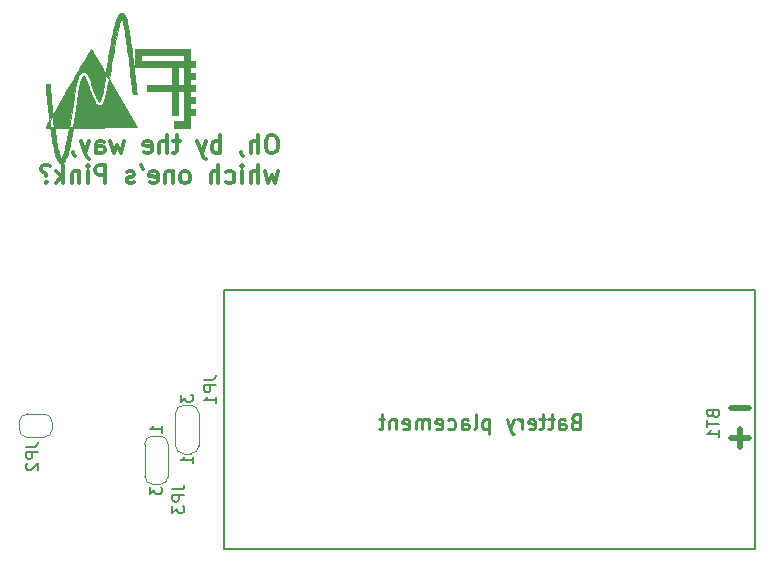
<source format=gbo>
G04 #@! TF.GenerationSoftware,KiCad,Pcbnew,5.0.2-bee76a0~70~ubuntu16.04.1*
G04 #@! TF.CreationDate,2019-09-22T20:04:43+02:00*
G04 #@! TF.ProjectId,fiscal,66697363-616c-42e6-9b69-6361645f7063,v01*
G04 #@! TF.SameCoordinates,Original*
G04 #@! TF.FileFunction,Legend,Bot*
G04 #@! TF.FilePolarity,Positive*
%FSLAX46Y46*%
G04 Gerber Fmt 4.6, Leading zero omitted, Abs format (unit mm)*
G04 Created by KiCad (PCBNEW 5.0.2-bee76a0~70~ubuntu16.04.1) date dom 22 sep 2019 20:04:43 CEST*
%MOMM*%
%LPD*%
G01*
G04 APERTURE LIST*
%ADD10C,0.300000*%
%ADD11C,0.254000*%
%ADD12C,0.200000*%
%ADD13C,0.120000*%
%ADD14C,0.010000*%
%ADD15C,0.150000*%
%ADD16C,0.500000*%
G04 APERTURE END LIST*
D10*
X163309642Y-76262571D02*
X163023928Y-76262571D01*
X162881071Y-76334000D01*
X162738214Y-76476857D01*
X162666785Y-76762571D01*
X162666785Y-77262571D01*
X162738214Y-77548285D01*
X162881071Y-77691142D01*
X163023928Y-77762571D01*
X163309642Y-77762571D01*
X163452500Y-77691142D01*
X163595357Y-77548285D01*
X163666785Y-77262571D01*
X163666785Y-76762571D01*
X163595357Y-76476857D01*
X163452500Y-76334000D01*
X163309642Y-76262571D01*
X162023928Y-77762571D02*
X162023928Y-76262571D01*
X161381071Y-77762571D02*
X161381071Y-76976857D01*
X161452500Y-76834000D01*
X161595357Y-76762571D01*
X161809642Y-76762571D01*
X161952500Y-76834000D01*
X162023928Y-76905428D01*
X160595357Y-77691142D02*
X160595357Y-77762571D01*
X160666785Y-77905428D01*
X160738214Y-77976857D01*
X158809642Y-77762571D02*
X158809642Y-76262571D01*
X158809642Y-76834000D02*
X158666785Y-76762571D01*
X158381071Y-76762571D01*
X158238214Y-76834000D01*
X158166785Y-76905428D01*
X158095357Y-77048285D01*
X158095357Y-77476857D01*
X158166785Y-77619714D01*
X158238214Y-77691142D01*
X158381071Y-77762571D01*
X158666785Y-77762571D01*
X158809642Y-77691142D01*
X157595357Y-76762571D02*
X157238214Y-77762571D01*
X156881071Y-76762571D02*
X157238214Y-77762571D01*
X157381071Y-78119714D01*
X157452500Y-78191142D01*
X157595357Y-78262571D01*
X155381071Y-76762571D02*
X154809642Y-76762571D01*
X155166785Y-76262571D02*
X155166785Y-77548285D01*
X155095357Y-77691142D01*
X154952500Y-77762571D01*
X154809642Y-77762571D01*
X154309642Y-77762571D02*
X154309642Y-76262571D01*
X153666785Y-77762571D02*
X153666785Y-76976857D01*
X153738214Y-76834000D01*
X153881071Y-76762571D01*
X154095357Y-76762571D01*
X154238214Y-76834000D01*
X154309642Y-76905428D01*
X152381071Y-77691142D02*
X152523928Y-77762571D01*
X152809642Y-77762571D01*
X152952500Y-77691142D01*
X153023928Y-77548285D01*
X153023928Y-76976857D01*
X152952500Y-76834000D01*
X152809642Y-76762571D01*
X152523928Y-76762571D01*
X152381071Y-76834000D01*
X152309642Y-76976857D01*
X152309642Y-77119714D01*
X153023928Y-77262571D01*
X150666785Y-76762571D02*
X150381071Y-77762571D01*
X150095357Y-77048285D01*
X149809642Y-77762571D01*
X149523928Y-76762571D01*
X148309642Y-77762571D02*
X148309642Y-76976857D01*
X148381071Y-76834000D01*
X148523928Y-76762571D01*
X148809642Y-76762571D01*
X148952500Y-76834000D01*
X148309642Y-77691142D02*
X148452500Y-77762571D01*
X148809642Y-77762571D01*
X148952500Y-77691142D01*
X149023928Y-77548285D01*
X149023928Y-77405428D01*
X148952500Y-77262571D01*
X148809642Y-77191142D01*
X148452500Y-77191142D01*
X148309642Y-77119714D01*
X147738214Y-76762571D02*
X147381071Y-77762571D01*
X147023928Y-76762571D02*
X147381071Y-77762571D01*
X147523928Y-78119714D01*
X147595357Y-78191142D01*
X147738214Y-78262571D01*
X146381071Y-77691142D02*
X146381071Y-77762571D01*
X146452500Y-77905428D01*
X146523928Y-77976857D01*
X163738214Y-79312571D02*
X163452500Y-80312571D01*
X163166785Y-79598285D01*
X162881071Y-80312571D01*
X162595357Y-79312571D01*
X162023928Y-80312571D02*
X162023928Y-78812571D01*
X161381071Y-80312571D02*
X161381071Y-79526857D01*
X161452500Y-79384000D01*
X161595357Y-79312571D01*
X161809642Y-79312571D01*
X161952500Y-79384000D01*
X162023928Y-79455428D01*
X160666785Y-80312571D02*
X160666785Y-79312571D01*
X160666785Y-78812571D02*
X160738214Y-78884000D01*
X160666785Y-78955428D01*
X160595357Y-78884000D01*
X160666785Y-78812571D01*
X160666785Y-78955428D01*
X159309642Y-80241142D02*
X159452500Y-80312571D01*
X159738214Y-80312571D01*
X159881071Y-80241142D01*
X159952500Y-80169714D01*
X160023928Y-80026857D01*
X160023928Y-79598285D01*
X159952500Y-79455428D01*
X159881071Y-79384000D01*
X159738214Y-79312571D01*
X159452500Y-79312571D01*
X159309642Y-79384000D01*
X158666785Y-80312571D02*
X158666785Y-78812571D01*
X158023928Y-80312571D02*
X158023928Y-79526857D01*
X158095357Y-79384000D01*
X158238214Y-79312571D01*
X158452500Y-79312571D01*
X158595357Y-79384000D01*
X158666785Y-79455428D01*
X155952500Y-80312571D02*
X156095357Y-80241142D01*
X156166785Y-80169714D01*
X156238214Y-80026857D01*
X156238214Y-79598285D01*
X156166785Y-79455428D01*
X156095357Y-79384000D01*
X155952500Y-79312571D01*
X155738214Y-79312571D01*
X155595357Y-79384000D01*
X155523928Y-79455428D01*
X155452500Y-79598285D01*
X155452500Y-80026857D01*
X155523928Y-80169714D01*
X155595357Y-80241142D01*
X155738214Y-80312571D01*
X155952500Y-80312571D01*
X154809642Y-79312571D02*
X154809642Y-80312571D01*
X154809642Y-79455428D02*
X154738214Y-79384000D01*
X154595357Y-79312571D01*
X154381071Y-79312571D01*
X154238214Y-79384000D01*
X154166785Y-79526857D01*
X154166785Y-80312571D01*
X152881071Y-80241142D02*
X153023928Y-80312571D01*
X153309642Y-80312571D01*
X153452500Y-80241142D01*
X153523928Y-80098285D01*
X153523928Y-79526857D01*
X153452500Y-79384000D01*
X153309642Y-79312571D01*
X153023928Y-79312571D01*
X152881071Y-79384000D01*
X152809642Y-79526857D01*
X152809642Y-79669714D01*
X153523928Y-79812571D01*
X152095357Y-78812571D02*
X152238214Y-79098285D01*
X151523928Y-80241142D02*
X151381071Y-80312571D01*
X151095357Y-80312571D01*
X150952500Y-80241142D01*
X150881071Y-80098285D01*
X150881071Y-80026857D01*
X150952500Y-79884000D01*
X151095357Y-79812571D01*
X151309642Y-79812571D01*
X151452500Y-79741142D01*
X151523928Y-79598285D01*
X151523928Y-79526857D01*
X151452500Y-79384000D01*
X151309642Y-79312571D01*
X151095357Y-79312571D01*
X150952500Y-79384000D01*
X149095357Y-80312571D02*
X149095357Y-78812571D01*
X148523928Y-78812571D01*
X148381071Y-78884000D01*
X148309642Y-78955428D01*
X148238214Y-79098285D01*
X148238214Y-79312571D01*
X148309642Y-79455428D01*
X148381071Y-79526857D01*
X148523928Y-79598285D01*
X149095357Y-79598285D01*
X147595357Y-80312571D02*
X147595357Y-79312571D01*
X147595357Y-78812571D02*
X147666785Y-78884000D01*
X147595357Y-78955428D01*
X147523928Y-78884000D01*
X147595357Y-78812571D01*
X147595357Y-78955428D01*
X146881071Y-79312571D02*
X146881071Y-80312571D01*
X146881071Y-79455428D02*
X146809642Y-79384000D01*
X146666785Y-79312571D01*
X146452500Y-79312571D01*
X146309642Y-79384000D01*
X146238214Y-79526857D01*
X146238214Y-80312571D01*
X145523928Y-80312571D02*
X145523928Y-78812571D01*
X145381071Y-79741142D02*
X144952500Y-80312571D01*
X144952500Y-79312571D02*
X145523928Y-79884000D01*
X144095357Y-80169714D02*
X144023928Y-80241142D01*
X144095357Y-80312571D01*
X144166785Y-80241142D01*
X144095357Y-80169714D01*
X144095357Y-80312571D01*
X144381071Y-78884000D02*
X144238214Y-78812571D01*
X143881071Y-78812571D01*
X143738214Y-78884000D01*
X143666785Y-79026857D01*
X143666785Y-79169714D01*
X143738214Y-79312571D01*
X143809642Y-79384000D01*
X143952500Y-79455428D01*
X144023928Y-79526857D01*
X144095357Y-79669714D01*
X144095357Y-79741142D01*
D11*
X188861095Y-100493285D02*
X188679666Y-100553761D01*
X188619190Y-100614238D01*
X188558714Y-100735190D01*
X188558714Y-100916619D01*
X188619190Y-101037571D01*
X188679666Y-101098047D01*
X188800619Y-101158523D01*
X189284428Y-101158523D01*
X189284428Y-99888523D01*
X188861095Y-99888523D01*
X188740142Y-99949000D01*
X188679666Y-100009476D01*
X188619190Y-100130428D01*
X188619190Y-100251380D01*
X188679666Y-100372333D01*
X188740142Y-100432809D01*
X188861095Y-100493285D01*
X189284428Y-100493285D01*
X187470142Y-101158523D02*
X187470142Y-100493285D01*
X187530619Y-100372333D01*
X187651571Y-100311857D01*
X187893476Y-100311857D01*
X188014428Y-100372333D01*
X187470142Y-101098047D02*
X187591095Y-101158523D01*
X187893476Y-101158523D01*
X188014428Y-101098047D01*
X188074904Y-100977095D01*
X188074904Y-100856142D01*
X188014428Y-100735190D01*
X187893476Y-100674714D01*
X187591095Y-100674714D01*
X187470142Y-100614238D01*
X187046809Y-100311857D02*
X186563000Y-100311857D01*
X186865380Y-99888523D02*
X186865380Y-100977095D01*
X186804904Y-101098047D01*
X186683952Y-101158523D01*
X186563000Y-101158523D01*
X186321095Y-100311857D02*
X185837285Y-100311857D01*
X186139666Y-99888523D02*
X186139666Y-100977095D01*
X186079190Y-101098047D01*
X185958238Y-101158523D01*
X185837285Y-101158523D01*
X184930142Y-101098047D02*
X185051095Y-101158523D01*
X185293000Y-101158523D01*
X185413952Y-101098047D01*
X185474428Y-100977095D01*
X185474428Y-100493285D01*
X185413952Y-100372333D01*
X185293000Y-100311857D01*
X185051095Y-100311857D01*
X184930142Y-100372333D01*
X184869666Y-100493285D01*
X184869666Y-100614238D01*
X185474428Y-100735190D01*
X184325380Y-101158523D02*
X184325380Y-100311857D01*
X184325380Y-100553761D02*
X184264904Y-100432809D01*
X184204428Y-100372333D01*
X184083476Y-100311857D01*
X183962523Y-100311857D01*
X183660142Y-100311857D02*
X183357761Y-101158523D01*
X183055380Y-100311857D02*
X183357761Y-101158523D01*
X183478714Y-101460904D01*
X183539190Y-101521380D01*
X183660142Y-101581857D01*
X181603952Y-100311857D02*
X181603952Y-101581857D01*
X181603952Y-100372333D02*
X181483000Y-100311857D01*
X181241095Y-100311857D01*
X181120142Y-100372333D01*
X181059666Y-100432809D01*
X180999190Y-100553761D01*
X180999190Y-100916619D01*
X181059666Y-101037571D01*
X181120142Y-101098047D01*
X181241095Y-101158523D01*
X181483000Y-101158523D01*
X181603952Y-101098047D01*
X180273476Y-101158523D02*
X180394428Y-101098047D01*
X180454904Y-100977095D01*
X180454904Y-99888523D01*
X179245380Y-101158523D02*
X179245380Y-100493285D01*
X179305857Y-100372333D01*
X179426809Y-100311857D01*
X179668714Y-100311857D01*
X179789666Y-100372333D01*
X179245380Y-101098047D02*
X179366333Y-101158523D01*
X179668714Y-101158523D01*
X179789666Y-101098047D01*
X179850142Y-100977095D01*
X179850142Y-100856142D01*
X179789666Y-100735190D01*
X179668714Y-100674714D01*
X179366333Y-100674714D01*
X179245380Y-100614238D01*
X178096333Y-101098047D02*
X178217285Y-101158523D01*
X178459190Y-101158523D01*
X178580142Y-101098047D01*
X178640619Y-101037571D01*
X178701095Y-100916619D01*
X178701095Y-100553761D01*
X178640619Y-100432809D01*
X178580142Y-100372333D01*
X178459190Y-100311857D01*
X178217285Y-100311857D01*
X178096333Y-100372333D01*
X177068238Y-101098047D02*
X177189190Y-101158523D01*
X177431095Y-101158523D01*
X177552047Y-101098047D01*
X177612523Y-100977095D01*
X177612523Y-100493285D01*
X177552047Y-100372333D01*
X177431095Y-100311857D01*
X177189190Y-100311857D01*
X177068238Y-100372333D01*
X177007761Y-100493285D01*
X177007761Y-100614238D01*
X177612523Y-100735190D01*
X176463476Y-101158523D02*
X176463476Y-100311857D01*
X176463476Y-100432809D02*
X176403000Y-100372333D01*
X176282047Y-100311857D01*
X176100619Y-100311857D01*
X175979666Y-100372333D01*
X175919190Y-100493285D01*
X175919190Y-101158523D01*
X175919190Y-100493285D02*
X175858714Y-100372333D01*
X175737761Y-100311857D01*
X175556333Y-100311857D01*
X175435380Y-100372333D01*
X175374904Y-100493285D01*
X175374904Y-101158523D01*
X174286333Y-101098047D02*
X174407285Y-101158523D01*
X174649190Y-101158523D01*
X174770142Y-101098047D01*
X174830619Y-100977095D01*
X174830619Y-100493285D01*
X174770142Y-100372333D01*
X174649190Y-100311857D01*
X174407285Y-100311857D01*
X174286333Y-100372333D01*
X174225857Y-100493285D01*
X174225857Y-100614238D01*
X174830619Y-100735190D01*
X173681571Y-100311857D02*
X173681571Y-101158523D01*
X173681571Y-100432809D02*
X173621095Y-100372333D01*
X173500142Y-100311857D01*
X173318714Y-100311857D01*
X173197761Y-100372333D01*
X173137285Y-100493285D01*
X173137285Y-101158523D01*
X172713952Y-100311857D02*
X172230142Y-100311857D01*
X172532523Y-99888523D02*
X172532523Y-100977095D01*
X172472047Y-101098047D01*
X172351095Y-101158523D01*
X172230142Y-101158523D01*
D12*
X159131000Y-89344500D02*
X204089000Y-89344500D01*
X159131000Y-111315500D02*
X159131000Y-89344500D01*
X204089000Y-111315500D02*
X159131000Y-111315500D01*
X204089000Y-89344500D02*
X204089000Y-111315500D01*
D13*
G04 #@! TO.C,JP1*
X156319500Y-103205500D02*
G75*
G03X157019500Y-102505500I0J700000D01*
G01*
X155019500Y-102505500D02*
G75*
G03X155719500Y-103205500I700000J0D01*
G01*
X155719500Y-99105500D02*
G75*
G03X155019500Y-99805500I0J-700000D01*
G01*
X157019500Y-99805500D02*
G75*
G03X156319500Y-99105500I-700000J0D01*
G01*
X157019500Y-102555500D02*
X157019500Y-99755500D01*
X156319500Y-99105500D02*
X155719500Y-99105500D01*
X155019500Y-99755500D02*
X155019500Y-102555500D01*
X155719500Y-103205500D02*
X156319500Y-103205500D01*
G04 #@! TO.C,JP2*
X142492500Y-101838000D02*
X143892500Y-101838000D01*
X144592500Y-101138000D02*
X144592500Y-100538000D01*
X143892500Y-99838000D02*
X142492500Y-99838000D01*
X141792500Y-100538000D02*
X141792500Y-101138000D01*
X141792500Y-101138000D02*
G75*
G03X142492500Y-101838000I700000J0D01*
G01*
X142492500Y-99838000D02*
G75*
G03X141792500Y-100538000I0J-700000D01*
G01*
X144592500Y-100538000D02*
G75*
G03X143892500Y-99838000I-700000J0D01*
G01*
X143892500Y-101838000D02*
G75*
G03X144592500Y-101138000I0J700000D01*
G01*
G04 #@! TO.C,JP3*
X153116000Y-101709000D02*
G75*
G03X152416000Y-102409000I0J-700000D01*
G01*
X154416000Y-102409000D02*
G75*
G03X153716000Y-101709000I-700000J0D01*
G01*
X153716000Y-105809000D02*
G75*
G03X154416000Y-105109000I0J700000D01*
G01*
X152416000Y-105109000D02*
G75*
G03X153116000Y-105809000I700000J0D01*
G01*
X152416000Y-102359000D02*
X152416000Y-105159000D01*
X153116000Y-105809000D02*
X153716000Y-105809000D01*
X154416000Y-105159000D02*
X154416000Y-102359000D01*
X153716000Y-101709000D02*
X153116000Y-101709000D01*
D14*
G04 #@! TO.C,G\002A\002A\002A*
G36*
X151616934Y-70472360D02*
X154701650Y-70472360D01*
X154701650Y-72007194D01*
X152640157Y-72007194D01*
X152640157Y-72518805D01*
X154701650Y-72518805D01*
X154701650Y-74580298D01*
X155213261Y-74580298D01*
X155213261Y-72518805D01*
X155724873Y-72518805D01*
X155724873Y-75076862D01*
X154897266Y-75076862D01*
X154897266Y-75603521D01*
X156236484Y-75603521D01*
X156236484Y-74580298D01*
X156718000Y-74580298D01*
X156718000Y-74053639D01*
X156236484Y-74053639D01*
X156236484Y-73557075D01*
X156718000Y-73557075D01*
X156718000Y-73030417D01*
X156236484Y-73030417D01*
X156236484Y-72518805D01*
X156718000Y-72518805D01*
X156718000Y-72007194D01*
X156236484Y-72007194D01*
X156236484Y-71495582D01*
X156718000Y-71495582D01*
X156718000Y-70983971D01*
X156236484Y-70983971D01*
X156236484Y-70472360D01*
X155724873Y-70472360D01*
X155724873Y-72007194D01*
X155213261Y-72007194D01*
X155213261Y-70472360D01*
X155724873Y-70472360D01*
X156236484Y-70472360D01*
X156718000Y-70472360D01*
X156718000Y-69945701D01*
X156236484Y-69945701D01*
X156236484Y-69449137D01*
X155724873Y-69449137D01*
X155724873Y-69945701D01*
X152143593Y-69945701D01*
X152143593Y-69449137D01*
X155724873Y-69449137D01*
X156236484Y-69449137D01*
X156236484Y-68922478D01*
X151616934Y-68922478D01*
X151616934Y-70472360D01*
X151616934Y-70472360D01*
G37*
X151616934Y-70472360D02*
X154701650Y-70472360D01*
X154701650Y-72007194D01*
X152640157Y-72007194D01*
X152640157Y-72518805D01*
X154701650Y-72518805D01*
X154701650Y-74580298D01*
X155213261Y-74580298D01*
X155213261Y-72518805D01*
X155724873Y-72518805D01*
X155724873Y-75076862D01*
X154897266Y-75076862D01*
X154897266Y-75603521D01*
X156236484Y-75603521D01*
X156236484Y-74580298D01*
X156718000Y-74580298D01*
X156718000Y-74053639D01*
X156236484Y-74053639D01*
X156236484Y-73557075D01*
X156718000Y-73557075D01*
X156718000Y-73030417D01*
X156236484Y-73030417D01*
X156236484Y-72518805D01*
X156718000Y-72518805D01*
X156718000Y-72007194D01*
X156236484Y-72007194D01*
X156236484Y-71495582D01*
X156718000Y-71495582D01*
X156718000Y-70983971D01*
X156236484Y-70983971D01*
X156236484Y-70472360D01*
X155724873Y-70472360D01*
X155724873Y-72007194D01*
X155213261Y-72007194D01*
X155213261Y-70472360D01*
X155724873Y-70472360D01*
X156236484Y-70472360D01*
X156718000Y-70472360D01*
X156718000Y-69945701D01*
X156236484Y-69945701D01*
X156236484Y-69449137D01*
X155724873Y-69449137D01*
X155724873Y-69945701D01*
X152143593Y-69945701D01*
X152143593Y-69449137D01*
X155724873Y-69449137D01*
X156236484Y-69449137D01*
X156236484Y-68922478D01*
X151616934Y-68922478D01*
X151616934Y-70472360D01*
G36*
X150386099Y-65920289D02*
X150328250Y-65937591D01*
X150328244Y-65937594D01*
X150283661Y-65965505D01*
X150239559Y-66007218D01*
X150195702Y-66063622D01*
X150151856Y-66135607D01*
X150107786Y-66224061D01*
X150063257Y-66329875D01*
X150018035Y-66453938D01*
X149971884Y-66597140D01*
X149924571Y-66760370D01*
X149875859Y-66944517D01*
X149825516Y-67150471D01*
X149773305Y-67379121D01*
X149718992Y-67631358D01*
X149662342Y-67908070D01*
X149603120Y-68210146D01*
X149541092Y-68538477D01*
X149476023Y-68893952D01*
X149407678Y-69277461D01*
X149335823Y-69689892D01*
X149331931Y-69712466D01*
X149304408Y-69872468D01*
X149277077Y-70031893D01*
X149250632Y-70186661D01*
X149225765Y-70332688D01*
X149203172Y-70465894D01*
X149183544Y-70582196D01*
X149167577Y-70677512D01*
X149155963Y-70747760D01*
X149154865Y-70754498D01*
X149140610Y-70838633D01*
X149127199Y-70911392D01*
X149115598Y-70968007D01*
X149106777Y-71003714D01*
X149102172Y-71014066D01*
X149093187Y-71001355D01*
X149070316Y-70964522D01*
X149034705Y-70905513D01*
X148987501Y-70826278D01*
X148929852Y-70728763D01*
X148862905Y-70614917D01*
X148787806Y-70486687D01*
X148705703Y-70346023D01*
X148617743Y-70194870D01*
X148525072Y-70035178D01*
X148485995Y-69967710D01*
X148391792Y-69805365D01*
X148301790Y-69651018D01*
X148217137Y-69506591D01*
X148138979Y-69374004D01*
X148068462Y-69255178D01*
X148006733Y-69152033D01*
X147954938Y-69066490D01*
X147914223Y-69000471D01*
X147885735Y-68955895D01*
X147870620Y-68934683D01*
X147868537Y-68933202D01*
X147860009Y-68947194D01*
X147837165Y-68986073D01*
X147800698Y-69048640D01*
X147751300Y-69133695D01*
X147689664Y-69240040D01*
X147616481Y-69366476D01*
X147532445Y-69511804D01*
X147438247Y-69674825D01*
X147334580Y-69854341D01*
X147222136Y-70049151D01*
X147101608Y-70258058D01*
X146973688Y-70479862D01*
X146839068Y-70713365D01*
X146698441Y-70957367D01*
X146552499Y-71210669D01*
X146401935Y-71472074D01*
X146247440Y-71740381D01*
X146245866Y-71743114D01*
X146091505Y-72011198D01*
X145941164Y-72272238D01*
X145795530Y-72525044D01*
X145655289Y-72768429D01*
X145521126Y-73001204D01*
X145393727Y-73222182D01*
X145273779Y-73430173D01*
X145161966Y-73623989D01*
X145058974Y-73802442D01*
X144965490Y-73964345D01*
X144882200Y-74108508D01*
X144809788Y-74233743D01*
X144748941Y-74338862D01*
X144700344Y-74422677D01*
X144664684Y-74484000D01*
X144642646Y-74521641D01*
X144634916Y-74534414D01*
X144634912Y-74534405D01*
X144633299Y-74518466D01*
X144628707Y-74475821D01*
X144621490Y-74409672D01*
X144611998Y-74323224D01*
X144600584Y-74219681D01*
X144587600Y-74102245D01*
X144573398Y-73974120D01*
X144568027Y-73925736D01*
X144547107Y-73735155D01*
X144526160Y-73540101D01*
X144505502Y-73343775D01*
X144485444Y-73149379D01*
X144466303Y-72960114D01*
X144448392Y-72779181D01*
X144432025Y-72609782D01*
X144417516Y-72455117D01*
X144405181Y-72318389D01*
X144395332Y-72202799D01*
X144388285Y-72111547D01*
X144385059Y-72061594D01*
X144375965Y-71897806D01*
X144275982Y-71907251D01*
X144210017Y-71912397D01*
X144143558Y-71915872D01*
X144103715Y-71916802D01*
X144031431Y-71916909D01*
X144041012Y-72086193D01*
X144046385Y-72165609D01*
X144054960Y-72272079D01*
X144066445Y-72402765D01*
X144080551Y-72554829D01*
X144096986Y-72725434D01*
X144115461Y-72911742D01*
X144135684Y-73110914D01*
X144157364Y-73320115D01*
X144180212Y-73536505D01*
X144203937Y-73757246D01*
X144228248Y-73979502D01*
X144252854Y-74200435D01*
X144277466Y-74417206D01*
X144296973Y-74585799D01*
X144349442Y-75035198D01*
X144191245Y-75311500D01*
X144144324Y-75393806D01*
X144102933Y-75467090D01*
X144069265Y-75527416D01*
X144045510Y-75570845D01*
X144033862Y-75593442D01*
X144033048Y-75595661D01*
X144047164Y-75598585D01*
X144085786Y-75601016D01*
X144143327Y-75602729D01*
X144214201Y-75603499D01*
X144228664Y-75603521D01*
X144301431Y-75604443D01*
X144361925Y-75606964D01*
X144404559Y-75610722D01*
X144423746Y-75615350D01*
X144424280Y-75616295D01*
X144426503Y-75639227D01*
X144432776Y-75687933D01*
X144442508Y-75758454D01*
X144455109Y-75846830D01*
X144469987Y-75949101D01*
X144486551Y-76061306D01*
X144504209Y-76179487D01*
X144522370Y-76299682D01*
X144540443Y-76417933D01*
X144557837Y-76530279D01*
X144573960Y-76632759D01*
X144588221Y-76721415D01*
X144598742Y-76784741D01*
X144650627Y-77077944D01*
X144701825Y-77342066D01*
X144752675Y-77578106D01*
X144803519Y-77787061D01*
X144854696Y-77969927D01*
X144906544Y-78127703D01*
X144959405Y-78261386D01*
X145013618Y-78371973D01*
X145069522Y-78460462D01*
X145127458Y-78527849D01*
X145187765Y-78575132D01*
X145213378Y-78588997D01*
X145274642Y-78606563D01*
X145348833Y-78611720D01*
X145421929Y-78604526D01*
X145474359Y-78587953D01*
X145536393Y-78546600D01*
X145597124Y-78483881D01*
X145656846Y-78398976D01*
X145715852Y-78291066D01*
X145774434Y-78159328D01*
X145832886Y-78002943D01*
X145891502Y-77821090D01*
X145950574Y-77612949D01*
X146010396Y-77377699D01*
X146071262Y-77114520D01*
X146133463Y-76822591D01*
X146169869Y-76641791D01*
X146195579Y-76510252D01*
X146222071Y-76372177D01*
X146248003Y-76234750D01*
X146272030Y-76105154D01*
X146292808Y-75990576D01*
X146308994Y-75898197D01*
X146309207Y-75896945D01*
X146357870Y-75611045D01*
X147746679Y-75603521D01*
X146007673Y-75603521D01*
X145997296Y-75674996D01*
X145979409Y-75789501D01*
X145955794Y-75927399D01*
X145927456Y-76083714D01*
X145895404Y-76253474D01*
X145860643Y-76431704D01*
X145824181Y-76613432D01*
X145787026Y-76793681D01*
X145750183Y-76967481D01*
X145714661Y-77129855D01*
X145681466Y-77275831D01*
X145651605Y-77400434D01*
X145633988Y-77469398D01*
X145598692Y-77596816D01*
X145561185Y-77721418D01*
X145522723Y-77839893D01*
X145484560Y-77948933D01*
X145447951Y-78045227D01*
X145414150Y-78125466D01*
X145384412Y-78186340D01*
X145359992Y-78224539D01*
X145343071Y-78236815D01*
X145330259Y-78224216D01*
X145309700Y-78191126D01*
X145285760Y-78144602D01*
X145284891Y-78142768D01*
X145236685Y-78026423D01*
X145187784Y-77880143D01*
X145138220Y-77704080D01*
X145088027Y-77498383D01*
X145037236Y-77263205D01*
X144985880Y-76998696D01*
X144933992Y-76705007D01*
X144881604Y-76382290D01*
X144828748Y-76030695D01*
X144823553Y-75994753D01*
X144808921Y-75892741D01*
X144795829Y-75800646D01*
X144784860Y-75722642D01*
X144776599Y-75662900D01*
X144771628Y-75625593D01*
X144770411Y-75614806D01*
X144784925Y-75612377D01*
X144826393Y-75610128D01*
X144891672Y-75608115D01*
X144977621Y-75606396D01*
X145081099Y-75605028D01*
X145198963Y-75604069D01*
X145328072Y-75603576D01*
X145389022Y-75603521D01*
X146007673Y-75603521D01*
X147746679Y-75603521D01*
X148366697Y-75600162D01*
X148624896Y-75598759D01*
X148884256Y-75597343D01*
X149142152Y-75595928D01*
X149395961Y-75594528D01*
X149643058Y-75593159D01*
X149880819Y-75591836D01*
X150106619Y-75590572D01*
X150317835Y-75589382D01*
X150511842Y-75588282D01*
X150686015Y-75587286D01*
X150837731Y-75586408D01*
X150964365Y-75585663D01*
X151055595Y-75585114D01*
X151735665Y-75580950D01*
X150557715Y-73545689D01*
X149384238Y-71518154D01*
X149362542Y-71518154D01*
X149299692Y-71901862D01*
X149255714Y-72162884D01*
X149213770Y-72395894D01*
X149173372Y-72602868D01*
X149134030Y-72785784D01*
X149095258Y-72946619D01*
X149056566Y-73087349D01*
X149017466Y-73209952D01*
X148977470Y-73316403D01*
X148936091Y-73408680D01*
X148919540Y-73441125D01*
X148849775Y-73552241D01*
X148773420Y-73635845D01*
X148691879Y-73691531D01*
X148606556Y-73718894D01*
X148518854Y-73717528D01*
X148430177Y-73687024D01*
X148341928Y-73626979D01*
X148326083Y-73612897D01*
X148250508Y-73529733D01*
X148172561Y-73417837D01*
X148092822Y-73278428D01*
X148011867Y-73112722D01*
X147930276Y-72921937D01*
X147848626Y-72707292D01*
X147767496Y-72470005D01*
X147735103Y-72368331D01*
X147670123Y-72161708D01*
X147612515Y-71981859D01*
X147561444Y-71826609D01*
X147516072Y-71693778D01*
X147475561Y-71581188D01*
X147439077Y-71486663D01*
X147405781Y-71408023D01*
X147374837Y-71343091D01*
X147345409Y-71289688D01*
X147316658Y-71245638D01*
X147291087Y-71212681D01*
X147249231Y-71163014D01*
X147212069Y-71197633D01*
X147170782Y-71248904D01*
X147126143Y-71328123D01*
X147078883Y-71433420D01*
X147029733Y-71562927D01*
X146979424Y-71714775D01*
X146928687Y-71887095D01*
X146898309Y-71999670D01*
X146879219Y-72075477D01*
X146861771Y-72151510D01*
X146845234Y-72231975D01*
X146828877Y-72321080D01*
X146811970Y-72423030D01*
X146793782Y-72542032D01*
X146773584Y-72682292D01*
X146750644Y-72848018D01*
X146749368Y-72857372D01*
X146704538Y-73183185D01*
X146658931Y-73508958D01*
X146613217Y-73830085D01*
X146568066Y-74141960D01*
X146524148Y-74439977D01*
X146482131Y-74719530D01*
X146442686Y-74976013D01*
X146424892Y-75089386D01*
X146406656Y-75205143D01*
X146390035Y-75311457D01*
X146375593Y-75404657D01*
X146363894Y-75481071D01*
X146355501Y-75537028D01*
X146350980Y-75568856D01*
X146350346Y-75574664D01*
X146336338Y-75580333D01*
X146298455Y-75584874D01*
X146242914Y-75587744D01*
X146192349Y-75588473D01*
X144749790Y-75588473D01*
X144594845Y-75588473D01*
X144525147Y-75588127D01*
X144479872Y-75586297D01*
X144453349Y-75581801D01*
X144439909Y-75573456D01*
X144433881Y-75560079D01*
X144432608Y-75554617D01*
X144428325Y-75528444D01*
X144421282Y-75478390D01*
X144412282Y-75410454D01*
X144402128Y-75330638D01*
X144396161Y-75282359D01*
X144367007Y-75043958D01*
X144497213Y-74818502D01*
X144544203Y-74737610D01*
X144578512Y-74680210D01*
X144602232Y-74643577D01*
X144617455Y-74624984D01*
X144626272Y-74621703D01*
X144630774Y-74631007D01*
X144632356Y-74642296D01*
X144635446Y-74669445D01*
X144641785Y-74722252D01*
X144650854Y-74796517D01*
X144662138Y-74888040D01*
X144675121Y-74992622D01*
X144689286Y-75106062D01*
X144693541Y-75140010D01*
X144749790Y-75588473D01*
X146192349Y-75588473D01*
X146127491Y-75587377D01*
X146075535Y-75584412D01*
X146042698Y-75580064D01*
X146034351Y-75576106D01*
X146036630Y-75558844D01*
X146043107Y-75515339D01*
X146053245Y-75449070D01*
X146066504Y-75363513D01*
X146082346Y-75262146D01*
X146100233Y-75148448D01*
X146116487Y-75045686D01*
X146152656Y-74814180D01*
X146191634Y-74558543D01*
X146232585Y-74284515D01*
X146274676Y-73997839D01*
X146317072Y-73704256D01*
X146358940Y-73409508D01*
X146399447Y-73119336D01*
X146437757Y-72839482D01*
X146448474Y-72760053D01*
X146480022Y-72536329D01*
X146511426Y-72337709D01*
X146543794Y-72159227D01*
X146578235Y-71995919D01*
X146615857Y-71842819D01*
X146657770Y-71694962D01*
X146705081Y-71547384D01*
X146744234Y-71435393D01*
X146810480Y-71272310D01*
X146881775Y-71135414D01*
X146957356Y-71025164D01*
X147036461Y-70942021D01*
X147118329Y-70886448D01*
X147202198Y-70858903D01*
X147287305Y-70859850D01*
X147372890Y-70889748D01*
X147458189Y-70949058D01*
X147493198Y-70982287D01*
X147566556Y-71072381D01*
X147640067Y-71192234D01*
X147713575Y-71341512D01*
X147786926Y-71519880D01*
X147859965Y-71727004D01*
X147907924Y-71879291D01*
X147990160Y-72146292D01*
X148067090Y-72384786D01*
X148139140Y-72595809D01*
X148206735Y-72780397D01*
X148270298Y-72939588D01*
X148330255Y-73074419D01*
X148387030Y-73185925D01*
X148441047Y-73275144D01*
X148492732Y-73343113D01*
X148518429Y-73370024D01*
X148564633Y-73414125D01*
X148599047Y-73374282D01*
X148633646Y-73322005D01*
X148671326Y-73242949D01*
X148711056Y-73140148D01*
X148751808Y-73016638D01*
X148792554Y-72875451D01*
X148832263Y-72719623D01*
X148855994Y-72616613D01*
X148866217Y-72566563D01*
X148880494Y-72491121D01*
X148898089Y-72394606D01*
X148918266Y-72281340D01*
X148940289Y-72155640D01*
X148963421Y-72021828D01*
X148986927Y-71884222D01*
X149010070Y-71747141D01*
X149032116Y-71614906D01*
X149052327Y-71491837D01*
X149069968Y-71382252D01*
X149084303Y-71290471D01*
X149094595Y-71220814D01*
X149097640Y-71198396D01*
X149105351Y-71154333D01*
X149114187Y-71125656D01*
X149119522Y-71119398D01*
X149130699Y-71131737D01*
X149153860Y-71165763D01*
X149186137Y-71216986D01*
X149224664Y-71280916D01*
X149246845Y-71318776D01*
X149362542Y-71518154D01*
X149384238Y-71518154D01*
X149379766Y-71510429D01*
X149460072Y-71025251D01*
X149533191Y-70585727D01*
X149602336Y-70174823D01*
X149667737Y-69791358D01*
X149729623Y-69434151D01*
X149788223Y-69102021D01*
X149843768Y-68793789D01*
X149896486Y-68508274D01*
X149946609Y-68244295D01*
X149994364Y-68000671D01*
X150039981Y-67776223D01*
X150083691Y-67569769D01*
X150125722Y-67380129D01*
X150166305Y-67206123D01*
X150205669Y-67046571D01*
X150244043Y-66900291D01*
X150281657Y-66766103D01*
X150301186Y-66700069D01*
X150329369Y-66611737D01*
X150358799Y-66528441D01*
X150387671Y-66454410D01*
X150414180Y-66393871D01*
X150436520Y-66351050D01*
X150452888Y-66330175D01*
X150459173Y-66330029D01*
X150469136Y-66349002D01*
X150485687Y-66388695D01*
X150505643Y-66441363D01*
X150510454Y-66454706D01*
X150542863Y-66553748D01*
X150575911Y-66671374D01*
X150609692Y-66808238D01*
X150644302Y-66964997D01*
X150679836Y-67142304D01*
X150716390Y-67340817D01*
X150754058Y-67561190D01*
X150792937Y-67804078D01*
X150833120Y-68070137D01*
X150874705Y-68360023D01*
X150917786Y-68674390D01*
X150962459Y-69013894D01*
X151008818Y-69379190D01*
X151056960Y-69770934D01*
X151106979Y-70189782D01*
X151158971Y-70636387D01*
X151213031Y-71111407D01*
X151269255Y-71615496D01*
X151294155Y-71841672D01*
X151312032Y-72003866D01*
X151329080Y-72157016D01*
X151345001Y-72298530D01*
X151359493Y-72425818D01*
X151372258Y-72536290D01*
X151382997Y-72627353D01*
X151391409Y-72696417D01*
X151397196Y-72740890D01*
X151400057Y-72758183D01*
X151400126Y-72758296D01*
X151416276Y-72759091D01*
X151454751Y-72756920D01*
X151508011Y-72752547D01*
X151568518Y-72746736D01*
X151628732Y-72740250D01*
X151681116Y-72733854D01*
X151718130Y-72728309D01*
X151732076Y-72724675D01*
X151731476Y-72709012D01*
X151727662Y-72665715D01*
X151720887Y-72597045D01*
X151711406Y-72505261D01*
X151699472Y-72392625D01*
X151685341Y-72261396D01*
X151669265Y-72113835D01*
X151651498Y-71952203D01*
X151632296Y-71778759D01*
X151611913Y-71595764D01*
X151590601Y-71405478D01*
X151568616Y-71210162D01*
X151546211Y-71012075D01*
X151523641Y-70813479D01*
X151501159Y-70616634D01*
X151479020Y-70423800D01*
X151457478Y-70237237D01*
X151436787Y-70059206D01*
X151417201Y-69891966D01*
X151398975Y-69737780D01*
X151382361Y-69598906D01*
X151367615Y-69477605D01*
X151361310Y-69426566D01*
X151310769Y-69026742D01*
X151262151Y-68656070D01*
X151215294Y-68313677D01*
X151170034Y-67998692D01*
X151126209Y-67710244D01*
X151083655Y-67447461D01*
X151042208Y-67209473D01*
X151001706Y-66995407D01*
X150961986Y-66804392D01*
X150922884Y-66635558D01*
X150884236Y-66488031D01*
X150845881Y-66360942D01*
X150807655Y-66253419D01*
X150769394Y-66164590D01*
X150739942Y-66108616D01*
X150696441Y-66045594D01*
X150644409Y-65987782D01*
X150592697Y-65944572D01*
X150575649Y-65934287D01*
X150522880Y-65918462D01*
X150455336Y-65913855D01*
X150386099Y-65920289D01*
X150386099Y-65920289D01*
G37*
X150386099Y-65920289D02*
X150328250Y-65937591D01*
X150328244Y-65937594D01*
X150283661Y-65965505D01*
X150239559Y-66007218D01*
X150195702Y-66063622D01*
X150151856Y-66135607D01*
X150107786Y-66224061D01*
X150063257Y-66329875D01*
X150018035Y-66453938D01*
X149971884Y-66597140D01*
X149924571Y-66760370D01*
X149875859Y-66944517D01*
X149825516Y-67150471D01*
X149773305Y-67379121D01*
X149718992Y-67631358D01*
X149662342Y-67908070D01*
X149603120Y-68210146D01*
X149541092Y-68538477D01*
X149476023Y-68893952D01*
X149407678Y-69277461D01*
X149335823Y-69689892D01*
X149331931Y-69712466D01*
X149304408Y-69872468D01*
X149277077Y-70031893D01*
X149250632Y-70186661D01*
X149225765Y-70332688D01*
X149203172Y-70465894D01*
X149183544Y-70582196D01*
X149167577Y-70677512D01*
X149155963Y-70747760D01*
X149154865Y-70754498D01*
X149140610Y-70838633D01*
X149127199Y-70911392D01*
X149115598Y-70968007D01*
X149106777Y-71003714D01*
X149102172Y-71014066D01*
X149093187Y-71001355D01*
X149070316Y-70964522D01*
X149034705Y-70905513D01*
X148987501Y-70826278D01*
X148929852Y-70728763D01*
X148862905Y-70614917D01*
X148787806Y-70486687D01*
X148705703Y-70346023D01*
X148617743Y-70194870D01*
X148525072Y-70035178D01*
X148485995Y-69967710D01*
X148391792Y-69805365D01*
X148301790Y-69651018D01*
X148217137Y-69506591D01*
X148138979Y-69374004D01*
X148068462Y-69255178D01*
X148006733Y-69152033D01*
X147954938Y-69066490D01*
X147914223Y-69000471D01*
X147885735Y-68955895D01*
X147870620Y-68934683D01*
X147868537Y-68933202D01*
X147860009Y-68947194D01*
X147837165Y-68986073D01*
X147800698Y-69048640D01*
X147751300Y-69133695D01*
X147689664Y-69240040D01*
X147616481Y-69366476D01*
X147532445Y-69511804D01*
X147438247Y-69674825D01*
X147334580Y-69854341D01*
X147222136Y-70049151D01*
X147101608Y-70258058D01*
X146973688Y-70479862D01*
X146839068Y-70713365D01*
X146698441Y-70957367D01*
X146552499Y-71210669D01*
X146401935Y-71472074D01*
X146247440Y-71740381D01*
X146245866Y-71743114D01*
X146091505Y-72011198D01*
X145941164Y-72272238D01*
X145795530Y-72525044D01*
X145655289Y-72768429D01*
X145521126Y-73001204D01*
X145393727Y-73222182D01*
X145273779Y-73430173D01*
X145161966Y-73623989D01*
X145058974Y-73802442D01*
X144965490Y-73964345D01*
X144882200Y-74108508D01*
X144809788Y-74233743D01*
X144748941Y-74338862D01*
X144700344Y-74422677D01*
X144664684Y-74484000D01*
X144642646Y-74521641D01*
X144634916Y-74534414D01*
X144634912Y-74534405D01*
X144633299Y-74518466D01*
X144628707Y-74475821D01*
X144621490Y-74409672D01*
X144611998Y-74323224D01*
X144600584Y-74219681D01*
X144587600Y-74102245D01*
X144573398Y-73974120D01*
X144568027Y-73925736D01*
X144547107Y-73735155D01*
X144526160Y-73540101D01*
X144505502Y-73343775D01*
X144485444Y-73149379D01*
X144466303Y-72960114D01*
X144448392Y-72779181D01*
X144432025Y-72609782D01*
X144417516Y-72455117D01*
X144405181Y-72318389D01*
X144395332Y-72202799D01*
X144388285Y-72111547D01*
X144385059Y-72061594D01*
X144375965Y-71897806D01*
X144275982Y-71907251D01*
X144210017Y-71912397D01*
X144143558Y-71915872D01*
X144103715Y-71916802D01*
X144031431Y-71916909D01*
X144041012Y-72086193D01*
X144046385Y-72165609D01*
X144054960Y-72272079D01*
X144066445Y-72402765D01*
X144080551Y-72554829D01*
X144096986Y-72725434D01*
X144115461Y-72911742D01*
X144135684Y-73110914D01*
X144157364Y-73320115D01*
X144180212Y-73536505D01*
X144203937Y-73757246D01*
X144228248Y-73979502D01*
X144252854Y-74200435D01*
X144277466Y-74417206D01*
X144296973Y-74585799D01*
X144349442Y-75035198D01*
X144191245Y-75311500D01*
X144144324Y-75393806D01*
X144102933Y-75467090D01*
X144069265Y-75527416D01*
X144045510Y-75570845D01*
X144033862Y-75593442D01*
X144033048Y-75595661D01*
X144047164Y-75598585D01*
X144085786Y-75601016D01*
X144143327Y-75602729D01*
X144214201Y-75603499D01*
X144228664Y-75603521D01*
X144301431Y-75604443D01*
X144361925Y-75606964D01*
X144404559Y-75610722D01*
X144423746Y-75615350D01*
X144424280Y-75616295D01*
X144426503Y-75639227D01*
X144432776Y-75687933D01*
X144442508Y-75758454D01*
X144455109Y-75846830D01*
X144469987Y-75949101D01*
X144486551Y-76061306D01*
X144504209Y-76179487D01*
X144522370Y-76299682D01*
X144540443Y-76417933D01*
X144557837Y-76530279D01*
X144573960Y-76632759D01*
X144588221Y-76721415D01*
X144598742Y-76784741D01*
X144650627Y-77077944D01*
X144701825Y-77342066D01*
X144752675Y-77578106D01*
X144803519Y-77787061D01*
X144854696Y-77969927D01*
X144906544Y-78127703D01*
X144959405Y-78261386D01*
X145013618Y-78371973D01*
X145069522Y-78460462D01*
X145127458Y-78527849D01*
X145187765Y-78575132D01*
X145213378Y-78588997D01*
X145274642Y-78606563D01*
X145348833Y-78611720D01*
X145421929Y-78604526D01*
X145474359Y-78587953D01*
X145536393Y-78546600D01*
X145597124Y-78483881D01*
X145656846Y-78398976D01*
X145715852Y-78291066D01*
X145774434Y-78159328D01*
X145832886Y-78002943D01*
X145891502Y-77821090D01*
X145950574Y-77612949D01*
X146010396Y-77377699D01*
X146071262Y-77114520D01*
X146133463Y-76822591D01*
X146169869Y-76641791D01*
X146195579Y-76510252D01*
X146222071Y-76372177D01*
X146248003Y-76234750D01*
X146272030Y-76105154D01*
X146292808Y-75990576D01*
X146308994Y-75898197D01*
X146309207Y-75896945D01*
X146357870Y-75611045D01*
X147746679Y-75603521D01*
X146007673Y-75603521D01*
X145997296Y-75674996D01*
X145979409Y-75789501D01*
X145955794Y-75927399D01*
X145927456Y-76083714D01*
X145895404Y-76253474D01*
X145860643Y-76431704D01*
X145824181Y-76613432D01*
X145787026Y-76793681D01*
X145750183Y-76967481D01*
X145714661Y-77129855D01*
X145681466Y-77275831D01*
X145651605Y-77400434D01*
X145633988Y-77469398D01*
X145598692Y-77596816D01*
X145561185Y-77721418D01*
X145522723Y-77839893D01*
X145484560Y-77948933D01*
X145447951Y-78045227D01*
X145414150Y-78125466D01*
X145384412Y-78186340D01*
X145359992Y-78224539D01*
X145343071Y-78236815D01*
X145330259Y-78224216D01*
X145309700Y-78191126D01*
X145285760Y-78144602D01*
X145284891Y-78142768D01*
X145236685Y-78026423D01*
X145187784Y-77880143D01*
X145138220Y-77704080D01*
X145088027Y-77498383D01*
X145037236Y-77263205D01*
X144985880Y-76998696D01*
X144933992Y-76705007D01*
X144881604Y-76382290D01*
X144828748Y-76030695D01*
X144823553Y-75994753D01*
X144808921Y-75892741D01*
X144795829Y-75800646D01*
X144784860Y-75722642D01*
X144776599Y-75662900D01*
X144771628Y-75625593D01*
X144770411Y-75614806D01*
X144784925Y-75612377D01*
X144826393Y-75610128D01*
X144891672Y-75608115D01*
X144977621Y-75606396D01*
X145081099Y-75605028D01*
X145198963Y-75604069D01*
X145328072Y-75603576D01*
X145389022Y-75603521D01*
X146007673Y-75603521D01*
X147746679Y-75603521D01*
X148366697Y-75600162D01*
X148624896Y-75598759D01*
X148884256Y-75597343D01*
X149142152Y-75595928D01*
X149395961Y-75594528D01*
X149643058Y-75593159D01*
X149880819Y-75591836D01*
X150106619Y-75590572D01*
X150317835Y-75589382D01*
X150511842Y-75588282D01*
X150686015Y-75587286D01*
X150837731Y-75586408D01*
X150964365Y-75585663D01*
X151055595Y-75585114D01*
X151735665Y-75580950D01*
X150557715Y-73545689D01*
X149384238Y-71518154D01*
X149362542Y-71518154D01*
X149299692Y-71901862D01*
X149255714Y-72162884D01*
X149213770Y-72395894D01*
X149173372Y-72602868D01*
X149134030Y-72785784D01*
X149095258Y-72946619D01*
X149056566Y-73087349D01*
X149017466Y-73209952D01*
X148977470Y-73316403D01*
X148936091Y-73408680D01*
X148919540Y-73441125D01*
X148849775Y-73552241D01*
X148773420Y-73635845D01*
X148691879Y-73691531D01*
X148606556Y-73718894D01*
X148518854Y-73717528D01*
X148430177Y-73687024D01*
X148341928Y-73626979D01*
X148326083Y-73612897D01*
X148250508Y-73529733D01*
X148172561Y-73417837D01*
X148092822Y-73278428D01*
X148011867Y-73112722D01*
X147930276Y-72921937D01*
X147848626Y-72707292D01*
X147767496Y-72470005D01*
X147735103Y-72368331D01*
X147670123Y-72161708D01*
X147612515Y-71981859D01*
X147561444Y-71826609D01*
X147516072Y-71693778D01*
X147475561Y-71581188D01*
X147439077Y-71486663D01*
X147405781Y-71408023D01*
X147374837Y-71343091D01*
X147345409Y-71289688D01*
X147316658Y-71245638D01*
X147291087Y-71212681D01*
X147249231Y-71163014D01*
X147212069Y-71197633D01*
X147170782Y-71248904D01*
X147126143Y-71328123D01*
X147078883Y-71433420D01*
X147029733Y-71562927D01*
X146979424Y-71714775D01*
X146928687Y-71887095D01*
X146898309Y-71999670D01*
X146879219Y-72075477D01*
X146861771Y-72151510D01*
X146845234Y-72231975D01*
X146828877Y-72321080D01*
X146811970Y-72423030D01*
X146793782Y-72542032D01*
X146773584Y-72682292D01*
X146750644Y-72848018D01*
X146749368Y-72857372D01*
X146704538Y-73183185D01*
X146658931Y-73508958D01*
X146613217Y-73830085D01*
X146568066Y-74141960D01*
X146524148Y-74439977D01*
X146482131Y-74719530D01*
X146442686Y-74976013D01*
X146424892Y-75089386D01*
X146406656Y-75205143D01*
X146390035Y-75311457D01*
X146375593Y-75404657D01*
X146363894Y-75481071D01*
X146355501Y-75537028D01*
X146350980Y-75568856D01*
X146350346Y-75574664D01*
X146336338Y-75580333D01*
X146298455Y-75584874D01*
X146242914Y-75587744D01*
X146192349Y-75588473D01*
X144749790Y-75588473D01*
X144594845Y-75588473D01*
X144525147Y-75588127D01*
X144479872Y-75586297D01*
X144453349Y-75581801D01*
X144439909Y-75573456D01*
X144433881Y-75560079D01*
X144432608Y-75554617D01*
X144428325Y-75528444D01*
X144421282Y-75478390D01*
X144412282Y-75410454D01*
X144402128Y-75330638D01*
X144396161Y-75282359D01*
X144367007Y-75043958D01*
X144497213Y-74818502D01*
X144544203Y-74737610D01*
X144578512Y-74680210D01*
X144602232Y-74643577D01*
X144617455Y-74624984D01*
X144626272Y-74621703D01*
X144630774Y-74631007D01*
X144632356Y-74642296D01*
X144635446Y-74669445D01*
X144641785Y-74722252D01*
X144650854Y-74796517D01*
X144662138Y-74888040D01*
X144675121Y-74992622D01*
X144689286Y-75106062D01*
X144693541Y-75140010D01*
X144749790Y-75588473D01*
X146192349Y-75588473D01*
X146127491Y-75587377D01*
X146075535Y-75584412D01*
X146042698Y-75580064D01*
X146034351Y-75576106D01*
X146036630Y-75558844D01*
X146043107Y-75515339D01*
X146053245Y-75449070D01*
X146066504Y-75363513D01*
X146082346Y-75262146D01*
X146100233Y-75148448D01*
X146116487Y-75045686D01*
X146152656Y-74814180D01*
X146191634Y-74558543D01*
X146232585Y-74284515D01*
X146274676Y-73997839D01*
X146317072Y-73704256D01*
X146358940Y-73409508D01*
X146399447Y-73119336D01*
X146437757Y-72839482D01*
X146448474Y-72760053D01*
X146480022Y-72536329D01*
X146511426Y-72337709D01*
X146543794Y-72159227D01*
X146578235Y-71995919D01*
X146615857Y-71842819D01*
X146657770Y-71694962D01*
X146705081Y-71547384D01*
X146744234Y-71435393D01*
X146810480Y-71272310D01*
X146881775Y-71135414D01*
X146957356Y-71025164D01*
X147036461Y-70942021D01*
X147118329Y-70886448D01*
X147202198Y-70858903D01*
X147287305Y-70859850D01*
X147372890Y-70889748D01*
X147458189Y-70949058D01*
X147493198Y-70982287D01*
X147566556Y-71072381D01*
X147640067Y-71192234D01*
X147713575Y-71341512D01*
X147786926Y-71519880D01*
X147859965Y-71727004D01*
X147907924Y-71879291D01*
X147990160Y-72146292D01*
X148067090Y-72384786D01*
X148139140Y-72595809D01*
X148206735Y-72780397D01*
X148270298Y-72939588D01*
X148330255Y-73074419D01*
X148387030Y-73185925D01*
X148441047Y-73275144D01*
X148492732Y-73343113D01*
X148518429Y-73370024D01*
X148564633Y-73414125D01*
X148599047Y-73374282D01*
X148633646Y-73322005D01*
X148671326Y-73242949D01*
X148711056Y-73140148D01*
X148751808Y-73016638D01*
X148792554Y-72875451D01*
X148832263Y-72719623D01*
X148855994Y-72616613D01*
X148866217Y-72566563D01*
X148880494Y-72491121D01*
X148898089Y-72394606D01*
X148918266Y-72281340D01*
X148940289Y-72155640D01*
X148963421Y-72021828D01*
X148986927Y-71884222D01*
X149010070Y-71747141D01*
X149032116Y-71614906D01*
X149052327Y-71491837D01*
X149069968Y-71382252D01*
X149084303Y-71290471D01*
X149094595Y-71220814D01*
X149097640Y-71198396D01*
X149105351Y-71154333D01*
X149114187Y-71125656D01*
X149119522Y-71119398D01*
X149130699Y-71131737D01*
X149153860Y-71165763D01*
X149186137Y-71216986D01*
X149224664Y-71280916D01*
X149246845Y-71318776D01*
X149362542Y-71518154D01*
X149384238Y-71518154D01*
X149379766Y-71510429D01*
X149460072Y-71025251D01*
X149533191Y-70585727D01*
X149602336Y-70174823D01*
X149667737Y-69791358D01*
X149729623Y-69434151D01*
X149788223Y-69102021D01*
X149843768Y-68793789D01*
X149896486Y-68508274D01*
X149946609Y-68244295D01*
X149994364Y-68000671D01*
X150039981Y-67776223D01*
X150083691Y-67569769D01*
X150125722Y-67380129D01*
X150166305Y-67206123D01*
X150205669Y-67046571D01*
X150244043Y-66900291D01*
X150281657Y-66766103D01*
X150301186Y-66700069D01*
X150329369Y-66611737D01*
X150358799Y-66528441D01*
X150387671Y-66454410D01*
X150414180Y-66393871D01*
X150436520Y-66351050D01*
X150452888Y-66330175D01*
X150459173Y-66330029D01*
X150469136Y-66349002D01*
X150485687Y-66388695D01*
X150505643Y-66441363D01*
X150510454Y-66454706D01*
X150542863Y-66553748D01*
X150575911Y-66671374D01*
X150609692Y-66808238D01*
X150644302Y-66964997D01*
X150679836Y-67142304D01*
X150716390Y-67340817D01*
X150754058Y-67561190D01*
X150792937Y-67804078D01*
X150833120Y-68070137D01*
X150874705Y-68360023D01*
X150917786Y-68674390D01*
X150962459Y-69013894D01*
X151008818Y-69379190D01*
X151056960Y-69770934D01*
X151106979Y-70189782D01*
X151158971Y-70636387D01*
X151213031Y-71111407D01*
X151269255Y-71615496D01*
X151294155Y-71841672D01*
X151312032Y-72003866D01*
X151329080Y-72157016D01*
X151345001Y-72298530D01*
X151359493Y-72425818D01*
X151372258Y-72536290D01*
X151382997Y-72627353D01*
X151391409Y-72696417D01*
X151397196Y-72740890D01*
X151400057Y-72758183D01*
X151400126Y-72758296D01*
X151416276Y-72759091D01*
X151454751Y-72756920D01*
X151508011Y-72752547D01*
X151568518Y-72746736D01*
X151628732Y-72740250D01*
X151681116Y-72733854D01*
X151718130Y-72728309D01*
X151732076Y-72724675D01*
X151731476Y-72709012D01*
X151727662Y-72665715D01*
X151720887Y-72597045D01*
X151711406Y-72505261D01*
X151699472Y-72392625D01*
X151685341Y-72261396D01*
X151669265Y-72113835D01*
X151651498Y-71952203D01*
X151632296Y-71778759D01*
X151611913Y-71595764D01*
X151590601Y-71405478D01*
X151568616Y-71210162D01*
X151546211Y-71012075D01*
X151523641Y-70813479D01*
X151501159Y-70616634D01*
X151479020Y-70423800D01*
X151457478Y-70237237D01*
X151436787Y-70059206D01*
X151417201Y-69891966D01*
X151398975Y-69737780D01*
X151382361Y-69598906D01*
X151367615Y-69477605D01*
X151361310Y-69426566D01*
X151310769Y-69026742D01*
X151262151Y-68656070D01*
X151215294Y-68313677D01*
X151170034Y-67998692D01*
X151126209Y-67710244D01*
X151083655Y-67447461D01*
X151042208Y-67209473D01*
X151001706Y-66995407D01*
X150961986Y-66804392D01*
X150922884Y-66635558D01*
X150884236Y-66488031D01*
X150845881Y-66360942D01*
X150807655Y-66253419D01*
X150769394Y-66164590D01*
X150739942Y-66108616D01*
X150696441Y-66045594D01*
X150644409Y-65987782D01*
X150592697Y-65944572D01*
X150575649Y-65934287D01*
X150522880Y-65918462D01*
X150455336Y-65913855D01*
X150386099Y-65920289D01*
G04 #@! TO.C,BT1*
D15*
X200525071Y-99861785D02*
X200572690Y-100004642D01*
X200620309Y-100052261D01*
X200715547Y-100099880D01*
X200858404Y-100099880D01*
X200953642Y-100052261D01*
X201001261Y-100004642D01*
X201048880Y-99909404D01*
X201048880Y-99528452D01*
X200048880Y-99528452D01*
X200048880Y-99861785D01*
X200096500Y-99957023D01*
X200144119Y-100004642D01*
X200239357Y-100052261D01*
X200334595Y-100052261D01*
X200429833Y-100004642D01*
X200477452Y-99957023D01*
X200525071Y-99861785D01*
X200525071Y-99528452D01*
X200048880Y-100385595D02*
X200048880Y-100957023D01*
X201048880Y-100671309D02*
X200048880Y-100671309D01*
X201048880Y-101814166D02*
X201048880Y-101242738D01*
X201048880Y-101528452D02*
X200048880Y-101528452D01*
X200191738Y-101433214D01*
X200286976Y-101337976D01*
X200334595Y-101242738D01*
D16*
X203571904Y-99372857D02*
X202048095Y-99372857D01*
X203571904Y-101872857D02*
X202048095Y-101872857D01*
X202810000Y-102634761D02*
X202810000Y-101110952D01*
G04 #@! TO.C,JP1*
D15*
X157440380Y-96956666D02*
X158154666Y-96956666D01*
X158297523Y-96909047D01*
X158392761Y-96813809D01*
X158440380Y-96670952D01*
X158440380Y-96575714D01*
X158440380Y-97432857D02*
X157440380Y-97432857D01*
X157440380Y-97813809D01*
X157488000Y-97909047D01*
X157535619Y-97956666D01*
X157630857Y-98004285D01*
X157773714Y-98004285D01*
X157868952Y-97956666D01*
X157916571Y-97909047D01*
X157964190Y-97813809D01*
X157964190Y-97432857D01*
X158440380Y-98956666D02*
X158440380Y-98385238D01*
X158440380Y-98670952D02*
X157440380Y-98670952D01*
X157583238Y-98575714D01*
X157678476Y-98480476D01*
X157726095Y-98385238D01*
X156471880Y-104041214D02*
X156471880Y-103469785D01*
X156471880Y-103755500D02*
X155471880Y-103755500D01*
X155614738Y-103660261D01*
X155709976Y-103565023D01*
X155757595Y-103469785D01*
X155471880Y-98222166D02*
X155471880Y-98841214D01*
X155852833Y-98507880D01*
X155852833Y-98650738D01*
X155900452Y-98745976D01*
X155948071Y-98793595D01*
X156043309Y-98841214D01*
X156281404Y-98841214D01*
X156376642Y-98793595D01*
X156424261Y-98745976D01*
X156471880Y-98650738D01*
X156471880Y-98365023D01*
X156424261Y-98269785D01*
X156376642Y-98222166D01*
G04 #@! TO.C,JP2*
X142390880Y-102608166D02*
X143105166Y-102608166D01*
X143248023Y-102560547D01*
X143343261Y-102465309D01*
X143390880Y-102322452D01*
X143390880Y-102227214D01*
X143390880Y-103084357D02*
X142390880Y-103084357D01*
X142390880Y-103465309D01*
X142438500Y-103560547D01*
X142486119Y-103608166D01*
X142581357Y-103655785D01*
X142724214Y-103655785D01*
X142819452Y-103608166D01*
X142867071Y-103560547D01*
X142914690Y-103465309D01*
X142914690Y-103084357D01*
X142486119Y-104036738D02*
X142438500Y-104084357D01*
X142390880Y-104179595D01*
X142390880Y-104417690D01*
X142438500Y-104512928D01*
X142486119Y-104560547D01*
X142581357Y-104608166D01*
X142676595Y-104608166D01*
X142819452Y-104560547D01*
X143390880Y-103989119D01*
X143390880Y-104608166D01*
G04 #@! TO.C,JP3*
X154773380Y-106227666D02*
X155487666Y-106227666D01*
X155630523Y-106180047D01*
X155725761Y-106084809D01*
X155773380Y-105941952D01*
X155773380Y-105846714D01*
X155773380Y-106703857D02*
X154773380Y-106703857D01*
X154773380Y-107084809D01*
X154821000Y-107180047D01*
X154868619Y-107227666D01*
X154963857Y-107275285D01*
X155106714Y-107275285D01*
X155201952Y-107227666D01*
X155249571Y-107180047D01*
X155297190Y-107084809D01*
X155297190Y-106703857D01*
X154773380Y-107608619D02*
X154773380Y-108227666D01*
X155154333Y-107894333D01*
X155154333Y-108037190D01*
X155201952Y-108132428D01*
X155249571Y-108180047D01*
X155344809Y-108227666D01*
X155582904Y-108227666D01*
X155678142Y-108180047D01*
X155725761Y-108132428D01*
X155773380Y-108037190D01*
X155773380Y-107751476D01*
X155725761Y-107656238D01*
X155678142Y-107608619D01*
X153868380Y-101444714D02*
X153868380Y-100873285D01*
X153868380Y-101159000D02*
X152868380Y-101159000D01*
X153011238Y-101063761D01*
X153106476Y-100968523D01*
X153154095Y-100873285D01*
X152868380Y-106025666D02*
X152868380Y-106644714D01*
X153249333Y-106311380D01*
X153249333Y-106454238D01*
X153296952Y-106549476D01*
X153344571Y-106597095D01*
X153439809Y-106644714D01*
X153677904Y-106644714D01*
X153773142Y-106597095D01*
X153820761Y-106549476D01*
X153868380Y-106454238D01*
X153868380Y-106168523D01*
X153820761Y-106073285D01*
X153773142Y-106025666D01*
G04 #@! TD*
M02*

</source>
